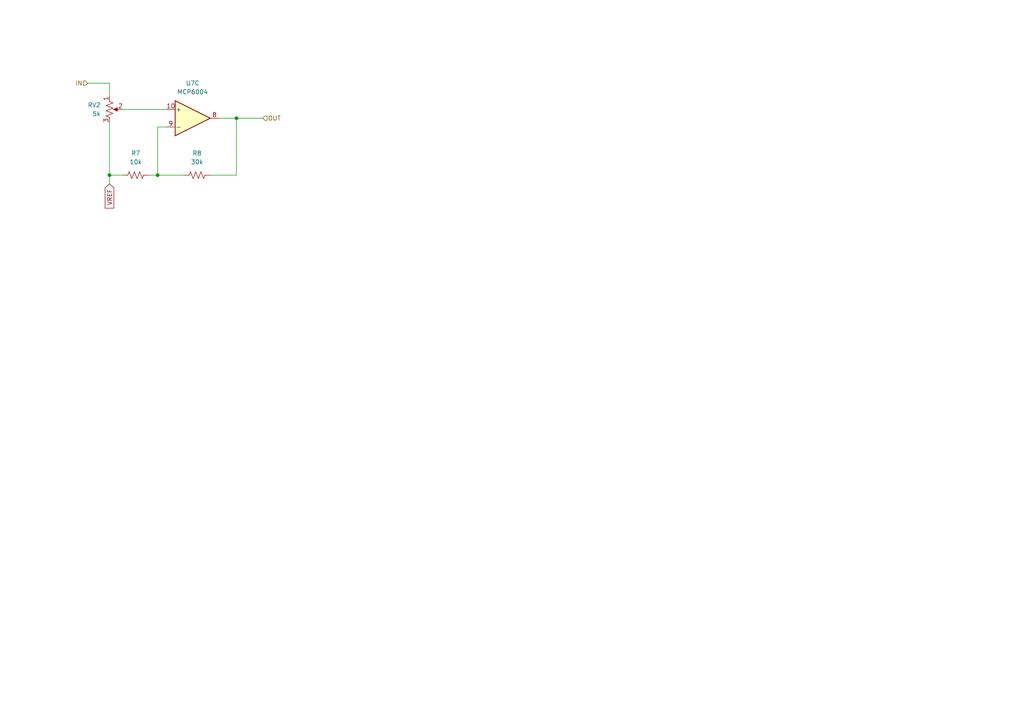
<source format=kicad_sch>
(kicad_sch (version 20250114) (generator "eeschema") (generator_version "9.0")
  (paper "A4")
  (lib_symbols
    (symbol "Amplifier_Operational:MCP6004" (pin_names (offset 0.127))
      (property "Reference" "U" (at 0 5.08 0))
      (property "Value" "MCP6004" (at 0 -5.08 0))
      (symbol "MCP6004_1_1"
        (polyline (pts (xy -5.08 5.08) (xy 5.08 0) (xy -5.08 -5.08) (xy -5.08 5.08)) (stroke (width 0.254)) (fill (type background)))
        (pin input line (at -7.62 2.54 0) (length 2.54) (name "+") (number "3"))
        (pin input line (at -7.62 -2.54 0) (length 2.54) (name "-") (number "2"))
        (pin output line (at 7.62 0 180) (length 2.54) (name "~") (number "1"))
      )
      (symbol "MCP6004_2_1"
        (polyline (pts (xy -5.08 5.08) (xy 5.08 0) (xy -5.08 -5.08) (xy -5.08 5.08)) (stroke (width 0.254)) (fill (type background)))
        (pin input line (at -7.62 2.54 0) (length 2.54) (name "+") (number "5"))
        (pin input line (at -7.62 -2.54 0) (length 2.54) (name "-") (number "6"))
        (pin output line (at 7.62 0 180) (length 2.54) (name "~") (number "7"))
      )
      (symbol "MCP6004_3_1"
        (polyline (pts (xy -5.08 5.08) (xy 5.08 0) (xy -5.08 -5.08) (xy -5.08 5.08)) (stroke (width 0.254)) (fill (type background)))
        (pin input line (at -7.62 2.54 0) (length 2.54) (name "+") (number "10"))
        (pin input line (at -7.62 -2.54 0) (length 2.54) (name "-") (number "9"))
        (pin output line (at 7.62 0 180) (length 2.54) (name "~") (number "8"))
      )
      (symbol "MCP6004_4_1"
        (polyline (pts (xy -5.08 5.08) (xy 5.08 0) (xy -5.08 -5.08) (xy -5.08 5.08)) (stroke (width 0.254)) (fill (type background)))
        (pin input line (at -7.62 2.54 0) (length 2.54) (name "+") (number "12"))
        (pin input line (at -7.62 -2.54 0) (length 2.54) (name "-") (number "13"))
        (pin output line (at 7.62 0 180) (length 2.54) (name "~") (number "14"))
      )
      (symbol "MCP6004_5_1"
        (pin power_in line (at -2.54 7.62 270) (length 3.81) (name "V+") (number "4"))
        (pin power_in line (at -2.54 -7.62 90) (length 3.81) (name "V-") (number "11"))
      )
    )
    (symbol "Device:R_Potentiometer_US" (pin_names (offset 1.016) (hide yes))
      (property "Reference" "RV" (at -4.445 0 90))
      (property "Value" "R_Potentiometer_US" (at -2.54 0 90))
      (symbol "R_Potentiometer_US_0_1"
        (polyline (pts (xy 0 2.54) (xy 0 2.286)))
        (polyline (pts (xy 0 2.286) (xy 1.016 1.905) (xy 0 1.524) (xy -1.016 1.143) (xy 0 0.762)))
        (polyline (pts (xy 0 0.762) (xy 1.016 0.381) (xy 0 0) (xy -1.016 -0.381) (xy 0 -0.762)))
        (polyline (pts (xy 0 -0.762) (xy 1.016 -1.143) (xy 0 -1.524) (xy -1.016 -1.905) (xy 0 -2.286)))
        (polyline (pts (xy 0 -2.286) (xy 0 -2.54)))
        (polyline (pts (xy 1.143 0) (xy 2.286 0.508) (xy 2.286 -0.508) (xy 1.143 0)) (fill (type outline)))
        (polyline (pts (xy 2.54 0) (xy 1.524 0)))
      )
      (symbol "R_Potentiometer_US_1_1"
        (pin passive line (at 0 3.81 270) (length 1.27) (name "1") (number "1"))
        (pin passive line (at 0 -3.81 90) (length 1.27) (name "3") (number "3"))
        (pin passive line (at 3.81 0 180) (length 1.27) (name "2") (number "2"))
      )
    )
    (symbol "Device:R_US" (pin_numbers (hide yes)) (pin_names (offset 0))
      (property "Reference" "R" (at 2.54 0 90))
      (property "Value" "R_US" (at -2.54 0 90))
      (symbol "R_US_0_1"
        (polyline (pts (xy 0 2.286) (xy 0 2.54)))
        (polyline (pts (xy 0 2.286) (xy 1.016 1.905) (xy 0 1.524) (xy -1.016 1.143) (xy 0 0.762)))
        (polyline (pts (xy 0 0.762) (xy 1.016 0.381) (xy 0 0) (xy -1.016 -0.381) (xy 0 -0.762)))
        (polyline (pts (xy 0 -0.762) (xy 1.016 -1.143) (xy 0 -1.524) (xy -1.016 -1.905) (xy 0 -2.286)))
        (polyline (pts (xy 0 -2.286) (xy 0 -2.54)))
      )
      (symbol "R_US_1_1"
        (pin passive line (at 0 3.81 270) (length 1.27) (name "~") (number "1"))
        (pin passive line (at 0 -3.81 90) (length 1.27) (name "~") (number "2"))
      )
    )
  )
  (junction (at 45.72 50.8))
  (junction (at 68.58 34.29))
  (junction (at 31.75 50.8))
  (wire (pts (xy 31.75 24.13) (xy 31.75 27.94)))
  (wire (pts (xy 45.72 36.83) (xy 48.26 36.83)))
  (wire (pts (xy 68.58 50.8) (xy 68.58 34.29)))
  (wire (pts (xy 68.58 34.29) (xy 76.2 34.29)))
  (wire (pts (xy 35.56 31.75) (xy 48.26 31.75)))
  (wire (pts (xy 35.56 50.8) (xy 31.75 50.8)))
  (wire (pts (xy 31.75 53.34) (xy 31.75 50.8)))
  (wire (pts (xy 25.4 24.13) (xy 31.75 24.13)))
  (wire (pts (xy 45.72 50.8) (xy 53.34 50.8)))
  (wire (pts (xy 63.5 34.29) (xy 68.58 34.29)))
  (wire (pts (xy 43.18 50.8) (xy 45.72 50.8)))
  (wire (pts (xy 45.72 50.8) (xy 45.72 36.83)))
  (wire (pts (xy 31.75 35.56) (xy 31.75 50.8)))
  (wire (pts (xy 60.96 50.8) (xy 68.58 50.8)))
  (global_label "VREF" (shape input) (at 31.75 53.34 270) (property "Intersheetrefs" "${INTERSHEET_REFS}" (effects (hide yes))))
  (hierarchical_label "IN" (shape input) (at 25.4 24.13 180))
  (hierarchical_label "OUT" (shape input) (at 76.2 34.29 0))
  (symbol (lib_id "Amplifier_Operational:MCP6004") (at 55.88 34.29 0) (unit 3)
    (property "Reference" "U7" (at 55.88 24.13 0))
    (property "Value" "MCP6004" (at 55.88 26.67 0))
    (property "Datasheet" "http://ww1.microchip.com/downloads/en/DeviceDoc/21733j.pdf" (effects (hide yes)))
    (property "Description" "1MHz, Low-Power Op Amp, DIP-14/SOIC-14/TSSOP-14" (effects (hide yes)))
    (property "Sim.Library" "MCP6001.lib" (effects (hide yes)))
    (property "Sim.Name" "MCP6004" (effects (hide yes)))
    (property "Sim.Device" "SUBCKT" (effects (hide yes)))
    (property "Sim.Pins" "1=OUTA 2=A- 3=A+ 4=VDD 5=B+ 6=B- 7=OUTB 8=OUTC 9=C- 10=C+ 11=VSS 12=D+ 13=D- 14=OUTD" (effects (hide yes)))
  )
  (symbol (lib_id "Device:R_Potentiometer_US") (at 31.75 31.75 0) (unit 1)
    (property "Reference" "RV2" (at 29.21 30.4799 0) (effects (justify right)))
    (property "Value" "5k" (at 29.21 33.0199 0) (effects (justify right)))
    (property "Description" "Potentiometer, US symbol" (effects (hide yes)))
    (property "Sim.Device" "R" (effects (hide yes)))
    (property "Sim.Type" "POT" (effects (hide yes)))
    (property "Sim.Pins" "1=r0 2=wiper 3=r1" (effects (hide yes)))
    (property "Sim.Params" "pos=0.5" (effects (hide yes)))
  )
  (symbol (lib_id "Device:R_US") (at 39.37 50.8 90) (unit 1)
    (property "Reference" "R7" (at 39.37 44.45 90))
    (property "Value" "10k" (at 39.37 46.99 90))
    (property "Description" "Resistor, US symbol" (effects (hide yes)))
  )
  (symbol (lib_id "Device:R_US") (at 57.15 50.8 90) (unit 1)
    (property "Reference" "R8" (at 57.15 44.45 90))
    (property "Value" "30k" (at 57.15 46.99 90))
    (property "Description" "Resistor, US symbol" (effects (hide yes)))
  )
)
</source>
